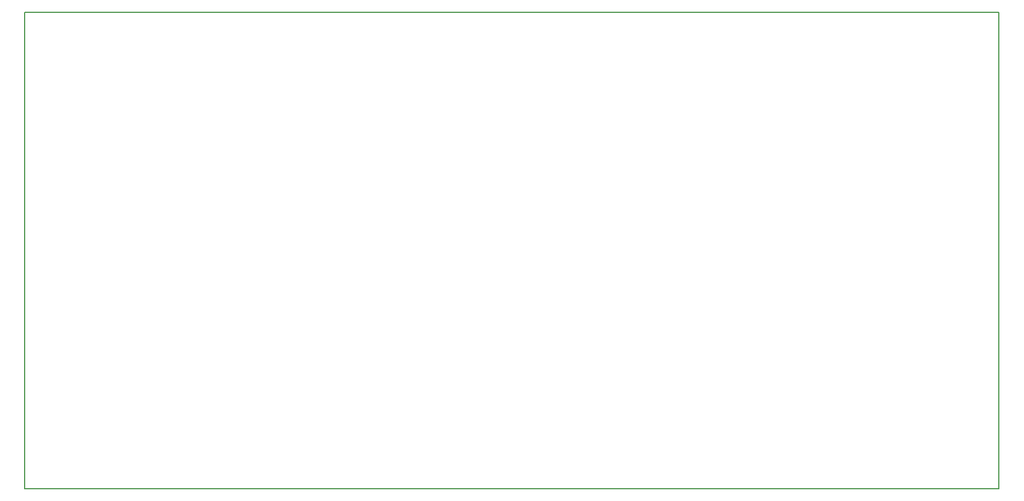
<source format=gko>
G04 #@! TF.FileFunction,Profile,NP*
%FSLAX46Y46*%
G04 Gerber Fmt 4.6, Leading zero omitted, Abs format (unit mm)*
G04 Created by KiCad (PCBNEW 4.0.0-stable) date 3/20/2016 3:51:15 PM*
%MOMM*%
G01*
G04 APERTURE LIST*
%ADD10C,0.100000*%
%ADD11C,0.150000*%
G04 APERTURE END LIST*
D10*
D11*
X38608000Y-124968000D02*
X38608000Y-52832000D01*
X185928000Y-124968000D02*
X38608000Y-124968000D01*
X185928000Y-52832000D02*
X185928000Y-124968000D01*
X38608000Y-52832000D02*
X185928000Y-52832000D01*
M02*

</source>
